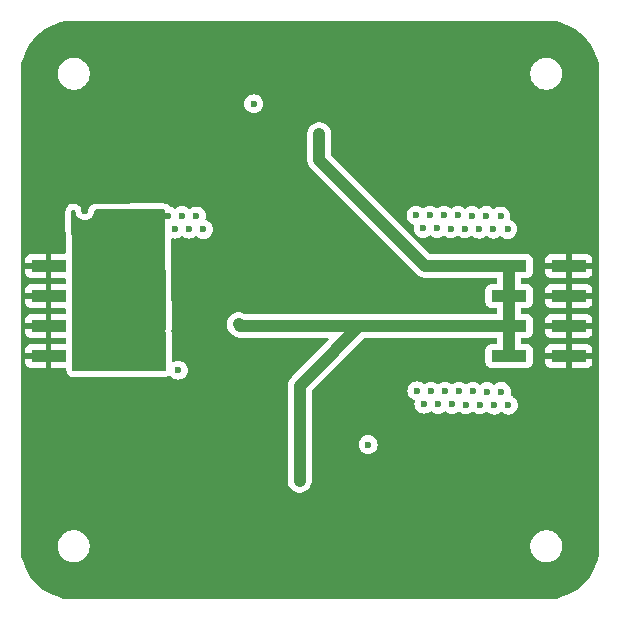
<source format=gbl>
G04 #@! TF.GenerationSoftware,KiCad,Pcbnew,8.0.1*
G04 #@! TF.CreationDate,2025-02-17T13:43:14+05:00*
G04 #@! TF.ProjectId,pwm_servo,70776d5f-7365-4727-966f-2e6b69636164,rev?*
G04 #@! TF.SameCoordinates,Original*
G04 #@! TF.FileFunction,Copper,L4,Bot*
G04 #@! TF.FilePolarity,Positive*
%FSLAX46Y46*%
G04 Gerber Fmt 4.6, Leading zero omitted, Abs format (unit mm)*
G04 Created by KiCad (PCBNEW 8.0.1) date 2025-02-17 13:43:14*
%MOMM*%
%LPD*%
G01*
G04 APERTURE LIST*
G04 #@! TA.AperFunction,SMDPad,CuDef*
%ADD10R,3.000000X1.000000*%
G04 #@! TD*
G04 #@! TA.AperFunction,ViaPad*
%ADD11C,0.600000*%
G04 #@! TD*
G04 #@! TA.AperFunction,Conductor*
%ADD12C,1.000000*%
G04 #@! TD*
G04 APERTURE END LIST*
D10*
X179430000Y-90315000D03*
X184470000Y-90315000D03*
X179430000Y-92855000D03*
X184470000Y-92855000D03*
X179430000Y-95395000D03*
X184470000Y-95395000D03*
X179430000Y-97935000D03*
X184470000Y-97935000D03*
X145475000Y-97945000D03*
X140435000Y-97945000D03*
X145475000Y-95405001D03*
X140435000Y-95405001D03*
X145475000Y-92864999D03*
X140435000Y-92864999D03*
X145475000Y-90325000D03*
X140435000Y-90325000D03*
D11*
X184155000Y-105965000D03*
X156215000Y-100885000D03*
X140975000Y-78025000D03*
X181615000Y-85645000D03*
X146055000Y-75485000D03*
X140975000Y-100885000D03*
X176535000Y-116125000D03*
X140975000Y-108505000D03*
X140975000Y-80565000D03*
X184155000Y-100885000D03*
X151135000Y-70405000D03*
X140975000Y-83105000D03*
X158755000Y-100885000D03*
X140975000Y-88185000D03*
X143515000Y-83105000D03*
X140975000Y-85645000D03*
X163835000Y-70405000D03*
X140975000Y-103425000D03*
X148595000Y-75485000D03*
X140975000Y-105965000D03*
X140975000Y-111045000D03*
X143515000Y-70405000D03*
X143515000Y-78025000D03*
X179075000Y-116125000D03*
X146055000Y-72945000D03*
X143515000Y-80565000D03*
X143515000Y-85645000D03*
X156215000Y-83105000D03*
X143515000Y-100885000D03*
X143515000Y-103425000D03*
X151135000Y-90725000D03*
X143515000Y-105965000D03*
X156215000Y-70405000D03*
X176535000Y-98345000D03*
X143515000Y-108505000D03*
X173995000Y-113585000D03*
X143515000Y-111045000D03*
X181615000Y-83105000D03*
X143515000Y-116125000D03*
X146055000Y-70405000D03*
X156215000Y-103425000D03*
X146055000Y-113585000D03*
X146055000Y-116125000D03*
X148595000Y-70405000D03*
X148595000Y-72945000D03*
X148595000Y-113585000D03*
X148595000Y-116125000D03*
X151135000Y-72945000D03*
X151135000Y-75485000D03*
X151135000Y-95805000D03*
X184155000Y-85645000D03*
X151135000Y-113585000D03*
X151135000Y-116125000D03*
X153675000Y-70405000D03*
X153675000Y-72945000D03*
X153675000Y-75485000D03*
X153675000Y-90725000D03*
X153675000Y-95805000D03*
X153675000Y-113585000D03*
X153675000Y-116125000D03*
X171455000Y-113585000D03*
X156215000Y-72945000D03*
X156215000Y-75485000D03*
X166375000Y-113585000D03*
X156215000Y-85645000D03*
X156215000Y-88185000D03*
X156215000Y-90725000D03*
X156215000Y-108505000D03*
X156215000Y-111045000D03*
X156215000Y-113585000D03*
X156215000Y-116125000D03*
X158755000Y-98345000D03*
X158755000Y-103425000D03*
X158755000Y-108505000D03*
X158755000Y-111045000D03*
X158755000Y-113585000D03*
X161295000Y-70405000D03*
X161295000Y-80565000D03*
X161295000Y-83105000D03*
X161295000Y-85645000D03*
X161295000Y-88185000D03*
X161295000Y-90725000D03*
X161295000Y-93265000D03*
X161295000Y-116125000D03*
X163835000Y-85645000D03*
X168915000Y-83105000D03*
X163835000Y-88185000D03*
X184155000Y-88185000D03*
X163835000Y-90725000D03*
X168915000Y-80565000D03*
X163835000Y-93265000D03*
X168915000Y-90725000D03*
X163835000Y-103425000D03*
X163835000Y-108505000D03*
X163835000Y-116125000D03*
X166375000Y-75485000D03*
X166375000Y-78025000D03*
X166375000Y-80565000D03*
X168915000Y-78025000D03*
X166375000Y-88185000D03*
X166375000Y-90725000D03*
X166375000Y-93265000D03*
X166375000Y-100885000D03*
X166375000Y-103425000D03*
X168915000Y-70405000D03*
X168915000Y-72945000D03*
X168915000Y-75485000D03*
X168915000Y-93265000D03*
X168915000Y-98345000D03*
X168915000Y-100885000D03*
X168915000Y-103425000D03*
X168915000Y-105965000D03*
X168915000Y-108505000D03*
X168915000Y-111045000D03*
X168915000Y-113585000D03*
X168915000Y-116125000D03*
X171455000Y-70405000D03*
X171455000Y-72945000D03*
X171455000Y-75485000D03*
X171455000Y-98345000D03*
X171455000Y-116125000D03*
X173995000Y-70405000D03*
X173995000Y-72945000D03*
X173995000Y-75485000D03*
X173995000Y-93265000D03*
X173995000Y-98345000D03*
X173995000Y-116125000D03*
X176535000Y-70405000D03*
X176535000Y-72945000D03*
X176535000Y-75485000D03*
X176535000Y-113585000D03*
X179075000Y-70405000D03*
X179075000Y-72945000D03*
X179075000Y-75485000D03*
X179075000Y-113585000D03*
X181615000Y-70405000D03*
X181615000Y-78025000D03*
X181615000Y-80565000D03*
X181615000Y-88185000D03*
X181615000Y-100885000D03*
X181615000Y-103425000D03*
X181615000Y-105965000D03*
X181615000Y-108505000D03*
X181615000Y-111045000D03*
X181615000Y-116125000D03*
X184155000Y-78025000D03*
X184155000Y-80565000D03*
X184155000Y-83105000D03*
X184155000Y-103425000D03*
X184155000Y-108505000D03*
X184155000Y-111045000D03*
X175625000Y-95395000D03*
X161700000Y-108525000D03*
X163350000Y-79150000D03*
X156525000Y-95250000D03*
X181925000Y-96450000D03*
X148025000Y-93075000D03*
X173413470Y-102050000D03*
X147775000Y-88450000D03*
X152357683Y-87200000D03*
X179299989Y-87225000D03*
X149150000Y-92730765D03*
X148050000Y-90942306D03*
X175723071Y-87175000D03*
X175126918Y-86050000D03*
X150569224Y-86075000D03*
X151425000Y-99150000D03*
X151165377Y-87200000D03*
X149200000Y-89153847D03*
X173934612Y-86050000D03*
X146992306Y-86025000D03*
X174605776Y-102050000D03*
X174530765Y-87175000D03*
X176394235Y-100950000D03*
X179375000Y-102100000D03*
X147850000Y-95350000D03*
X176915377Y-87200000D03*
X149376918Y-86050000D03*
X148780765Y-87175000D03*
X143125000Y-97575000D03*
X149125000Y-96307683D03*
X149175000Y-90346153D03*
X178107683Y-87200000D03*
X172146153Y-87150000D03*
X177511530Y-86075000D03*
X149175000Y-91538459D03*
X145700000Y-88225000D03*
X157800000Y-76600000D03*
X172742306Y-86025000D03*
X176990388Y-102075000D03*
X144325000Y-87325000D03*
X148184612Y-86050000D03*
X143650000Y-88325000D03*
X148050000Y-92134612D03*
X178703836Y-86100000D03*
X177586541Y-100975000D03*
X171625011Y-100900000D03*
X149973071Y-87175000D03*
X173338459Y-87150000D03*
X175201929Y-100950000D03*
X171550000Y-86025000D03*
X175798082Y-102075000D03*
X148050000Y-96550000D03*
X143125000Y-91750000D03*
X153549989Y-87225000D03*
X176319224Y-86075000D03*
X174009623Y-100925000D03*
X145800000Y-86025000D03*
X151761530Y-86075000D03*
X172817316Y-100925000D03*
X152953836Y-86100000D03*
X178182694Y-102100000D03*
X148075000Y-89750000D03*
X143100000Y-90275000D03*
X167500000Y-105450000D03*
X143100000Y-96300000D03*
X178778847Y-100975000D03*
X172221164Y-102025000D03*
X149000000Y-95350000D03*
X146396153Y-87150000D03*
X147588459Y-87150000D03*
D12*
X172315000Y-90315000D02*
X164100000Y-82100000D01*
X156525000Y-95250000D02*
X156670000Y-95395000D01*
X163350000Y-81350000D02*
X163350000Y-79150000D01*
X166755000Y-95395000D02*
X162625000Y-99525000D01*
X179430000Y-90315000D02*
X172315000Y-90315000D01*
X156670000Y-95395000D02*
X166755000Y-95395000D01*
X179430000Y-95395000D02*
X166755000Y-95395000D01*
X179430000Y-97935000D02*
X179430000Y-90315000D01*
X162625000Y-99525000D02*
X161700000Y-100450000D01*
X164100000Y-82100000D02*
X163350000Y-81350000D01*
X161700000Y-100450000D02*
X161700000Y-108525000D01*
G04 #@! TA.AperFunction,Conductor*
G36*
X182577702Y-69550617D02*
G01*
X182961771Y-69567386D01*
X182972506Y-69568326D01*
X183350971Y-69618152D01*
X183361597Y-69620025D01*
X183734284Y-69702648D01*
X183744710Y-69705442D01*
X184108765Y-69820227D01*
X184118911Y-69823920D01*
X184471578Y-69970000D01*
X184481369Y-69974566D01*
X184819942Y-70150816D01*
X184829310Y-70156224D01*
X185151244Y-70361318D01*
X185160105Y-70367523D01*
X185462930Y-70599889D01*
X185471217Y-70606843D01*
X185752635Y-70864715D01*
X185760284Y-70872364D01*
X186018156Y-71153782D01*
X186025110Y-71162069D01*
X186257476Y-71464894D01*
X186263681Y-71473755D01*
X186468775Y-71795689D01*
X186474183Y-71805057D01*
X186650430Y-72143623D01*
X186655002Y-72153427D01*
X186801075Y-72506078D01*
X186804775Y-72516244D01*
X186919554Y-72880278D01*
X186922354Y-72890727D01*
X187004971Y-73263389D01*
X187006849Y-73274042D01*
X187056671Y-73652473D01*
X187057614Y-73663249D01*
X187074382Y-74047297D01*
X187074500Y-74052706D01*
X187074500Y-114047293D01*
X187074382Y-114052702D01*
X187057614Y-114436750D01*
X187056671Y-114447526D01*
X187006849Y-114825957D01*
X187004971Y-114836610D01*
X186922354Y-115209272D01*
X186919554Y-115219721D01*
X186804775Y-115583755D01*
X186801075Y-115593921D01*
X186655002Y-115946572D01*
X186650430Y-115956376D01*
X186474183Y-116294942D01*
X186468775Y-116304310D01*
X186263681Y-116626244D01*
X186257476Y-116635105D01*
X186025110Y-116937930D01*
X186018156Y-116946217D01*
X185760284Y-117227635D01*
X185752635Y-117235284D01*
X185471217Y-117493156D01*
X185462930Y-117500110D01*
X185160105Y-117732476D01*
X185151244Y-117738681D01*
X184829310Y-117943775D01*
X184819942Y-117949183D01*
X184481376Y-118125430D01*
X184471572Y-118130002D01*
X184118921Y-118276075D01*
X184108755Y-118279775D01*
X183744721Y-118394554D01*
X183734272Y-118397354D01*
X183361610Y-118479971D01*
X183350957Y-118481849D01*
X182972526Y-118531671D01*
X182961750Y-118532614D01*
X182577703Y-118549382D01*
X182572294Y-118549500D01*
X142577706Y-118549500D01*
X142572297Y-118549382D01*
X142188249Y-118532614D01*
X142177473Y-118531671D01*
X141799042Y-118481849D01*
X141788389Y-118479971D01*
X141415727Y-118397354D01*
X141405278Y-118394554D01*
X141041244Y-118279775D01*
X141031078Y-118276075D01*
X140678427Y-118130002D01*
X140668623Y-118125430D01*
X140330057Y-117949183D01*
X140320689Y-117943775D01*
X139998755Y-117738681D01*
X139989894Y-117732476D01*
X139687069Y-117500110D01*
X139678782Y-117493156D01*
X139397364Y-117235284D01*
X139389715Y-117227635D01*
X139131843Y-116946217D01*
X139124889Y-116937930D01*
X138892523Y-116635105D01*
X138886318Y-116626244D01*
X138681224Y-116304310D01*
X138675816Y-116294942D01*
X138499569Y-115956376D01*
X138494997Y-115946572D01*
X138348924Y-115593921D01*
X138345224Y-115583755D01*
X138230442Y-115219710D01*
X138227648Y-115209284D01*
X138145025Y-114836597D01*
X138143152Y-114825971D01*
X138093326Y-114447506D01*
X138092386Y-114436771D01*
X138080140Y-114156287D01*
X141224500Y-114156287D01*
X141257754Y-114366243D01*
X141280663Y-114436750D01*
X141323444Y-114568414D01*
X141419951Y-114757820D01*
X141544890Y-114929786D01*
X141695213Y-115080109D01*
X141867179Y-115205048D01*
X141867181Y-115205049D01*
X141867184Y-115205051D01*
X142056588Y-115301557D01*
X142258757Y-115367246D01*
X142468713Y-115400500D01*
X142468714Y-115400500D01*
X142681286Y-115400500D01*
X142681287Y-115400500D01*
X142891243Y-115367246D01*
X143093412Y-115301557D01*
X143282816Y-115205051D01*
X143317637Y-115179752D01*
X143454786Y-115080109D01*
X143454788Y-115080106D01*
X143454792Y-115080104D01*
X143605104Y-114929792D01*
X143605106Y-114929788D01*
X143605109Y-114929786D01*
X143730048Y-114757820D01*
X143730047Y-114757820D01*
X143730051Y-114757816D01*
X143826557Y-114568412D01*
X143892246Y-114366243D01*
X143925500Y-114156287D01*
X181224500Y-114156287D01*
X181257754Y-114366243D01*
X181280663Y-114436750D01*
X181323444Y-114568414D01*
X181419951Y-114757820D01*
X181544890Y-114929786D01*
X181695213Y-115080109D01*
X181867179Y-115205048D01*
X181867181Y-115205049D01*
X181867184Y-115205051D01*
X182056588Y-115301557D01*
X182258757Y-115367246D01*
X182468713Y-115400500D01*
X182468714Y-115400500D01*
X182681286Y-115400500D01*
X182681287Y-115400500D01*
X182891243Y-115367246D01*
X183093412Y-115301557D01*
X183282816Y-115205051D01*
X183317637Y-115179752D01*
X183454786Y-115080109D01*
X183454788Y-115080106D01*
X183454792Y-115080104D01*
X183605104Y-114929792D01*
X183605106Y-114929788D01*
X183605109Y-114929786D01*
X183730048Y-114757820D01*
X183730047Y-114757820D01*
X183730051Y-114757816D01*
X183826557Y-114568412D01*
X183892246Y-114366243D01*
X183925500Y-114156287D01*
X183925500Y-113943713D01*
X183892246Y-113733757D01*
X183826557Y-113531588D01*
X183730051Y-113342184D01*
X183730049Y-113342181D01*
X183730048Y-113342179D01*
X183605109Y-113170213D01*
X183454786Y-113019890D01*
X183282820Y-112894951D01*
X183093414Y-112798444D01*
X183093413Y-112798443D01*
X183093412Y-112798443D01*
X182891243Y-112732754D01*
X182891241Y-112732753D01*
X182891240Y-112732753D01*
X182729957Y-112707208D01*
X182681287Y-112699500D01*
X182468713Y-112699500D01*
X182420042Y-112707208D01*
X182258760Y-112732753D01*
X182056585Y-112798444D01*
X181867179Y-112894951D01*
X181695213Y-113019890D01*
X181544890Y-113170213D01*
X181419951Y-113342179D01*
X181323444Y-113531585D01*
X181257753Y-113733760D01*
X181224500Y-113943713D01*
X181224500Y-114156287D01*
X143925500Y-114156287D01*
X143925500Y-113943713D01*
X143892246Y-113733757D01*
X143826557Y-113531588D01*
X143730051Y-113342184D01*
X143730049Y-113342181D01*
X143730048Y-113342179D01*
X143605109Y-113170213D01*
X143454786Y-113019890D01*
X143282820Y-112894951D01*
X143093414Y-112798444D01*
X143093413Y-112798443D01*
X143093412Y-112798443D01*
X142891243Y-112732754D01*
X142891241Y-112732753D01*
X142891240Y-112732753D01*
X142729957Y-112707208D01*
X142681287Y-112699500D01*
X142468713Y-112699500D01*
X142420042Y-112707208D01*
X142258760Y-112732753D01*
X142056585Y-112798444D01*
X141867179Y-112894951D01*
X141695213Y-113019890D01*
X141544890Y-113170213D01*
X141419951Y-113342179D01*
X141323444Y-113531585D01*
X141257753Y-113733760D01*
X141224500Y-113943713D01*
X141224500Y-114156287D01*
X138080140Y-114156287D01*
X138075618Y-114052702D01*
X138075500Y-114047293D01*
X138075500Y-98195000D01*
X138435000Y-98195000D01*
X138435000Y-98492844D01*
X138441401Y-98552372D01*
X138441403Y-98552379D01*
X138491645Y-98687086D01*
X138491649Y-98687093D01*
X138577809Y-98802187D01*
X138577812Y-98802190D01*
X138692906Y-98888350D01*
X138692913Y-98888354D01*
X138827620Y-98938596D01*
X138827627Y-98938598D01*
X138887155Y-98944999D01*
X138887172Y-98945000D01*
X140185000Y-98945000D01*
X140685000Y-98945000D01*
X141819499Y-98945000D01*
X141886538Y-98964685D01*
X141932293Y-99017489D01*
X141943497Y-99068320D01*
X141943829Y-99129051D01*
X141943830Y-99129062D01*
X141955843Y-99235880D01*
X141967209Y-99287059D01*
X141967213Y-99287074D01*
X142001534Y-99388917D01*
X142001536Y-99388922D01*
X142079703Y-99509712D01*
X142079704Y-99509713D01*
X142125619Y-99562366D01*
X142125621Y-99562368D01*
X142125623Y-99562369D01*
X142125625Y-99562372D01*
X142234658Y-99656249D01*
X142234662Y-99656251D01*
X142234660Y-99656251D01*
X142338808Y-99703416D01*
X142365724Y-99715606D01*
X142422076Y-99731959D01*
X142428508Y-99734472D01*
X142432823Y-99735078D01*
X142432825Y-99735079D01*
X142432826Y-99735080D01*
X142575306Y-99755106D01*
X150252307Y-99730889D01*
X150252312Y-99730889D01*
X150360279Y-99718874D01*
X150360278Y-99718874D01*
X150360288Y-99718873D01*
X150412025Y-99707385D01*
X150514958Y-99672565D01*
X150617353Y-99605963D01*
X150684281Y-99585913D01*
X150751427Y-99605229D01*
X150789954Y-99643939D01*
X150795184Y-99652262D01*
X150922738Y-99779816D01*
X151075478Y-99875789D01*
X151245745Y-99935368D01*
X151245750Y-99935369D01*
X151424996Y-99955565D01*
X151425000Y-99955565D01*
X151425004Y-99955565D01*
X151604249Y-99935369D01*
X151604252Y-99935368D01*
X151604255Y-99935368D01*
X151774522Y-99875789D01*
X151927262Y-99779816D01*
X152054816Y-99652262D01*
X152150789Y-99499522D01*
X152210368Y-99329255D01*
X152215121Y-99287074D01*
X152230565Y-99150003D01*
X152230565Y-99149996D01*
X152210369Y-98970750D01*
X152210368Y-98970745D01*
X152198035Y-98935499D01*
X152150789Y-98800478D01*
X152145581Y-98792190D01*
X152073413Y-98677335D01*
X152054816Y-98647738D01*
X151927262Y-98520184D01*
X151867882Y-98482873D01*
X151774523Y-98424211D01*
X151604254Y-98364631D01*
X151604249Y-98364630D01*
X151425004Y-98344435D01*
X151424996Y-98344435D01*
X151245750Y-98364630D01*
X151245745Y-98364631D01*
X151075473Y-98424212D01*
X151065547Y-98430449D01*
X150998310Y-98449444D01*
X150931476Y-98429073D01*
X150886265Y-98375802D01*
X150875584Y-98326133D01*
X150862984Y-96024347D01*
X150855620Y-95941099D01*
X150850042Y-95908799D01*
X150849021Y-95901628D01*
X150839697Y-95818879D01*
X150839697Y-95791115D01*
X150851686Y-95684694D01*
X150852593Y-95678198D01*
X150853695Y-95671596D01*
X150853829Y-95669918D01*
X150854884Y-95660897D01*
X150855000Y-95660150D01*
X150854999Y-95660138D01*
X150855187Y-95656055D01*
X150855837Y-95647840D01*
X150856687Y-95640293D01*
X150856640Y-95634825D01*
X150860582Y-95585624D01*
X150859284Y-95348544D01*
X155524500Y-95348544D01*
X155562947Y-95541828D01*
X155562949Y-95541836D01*
X155638367Y-95723910D01*
X155638372Y-95723920D01*
X155747859Y-95887779D01*
X155747860Y-95887780D01*
X155747861Y-95887781D01*
X155889749Y-96029669D01*
X155889776Y-96029698D01*
X156032214Y-96172136D01*
X156032218Y-96172139D01*
X156196079Y-96281628D01*
X156196092Y-96281635D01*
X156324833Y-96334961D01*
X156357160Y-96348351D01*
X156378164Y-96357051D01*
X156474812Y-96376275D01*
X156523135Y-96385887D01*
X156571458Y-96395500D01*
X156571459Y-96395500D01*
X156571460Y-96395500D01*
X156768540Y-96395500D01*
X164040218Y-96395500D01*
X164107257Y-96415185D01*
X164153012Y-96467989D01*
X164162956Y-96537147D01*
X164133931Y-96600703D01*
X164127900Y-96607179D01*
X161987222Y-98747857D01*
X161987219Y-98747860D01*
X161062220Y-99672859D01*
X161062218Y-99672861D01*
X161019476Y-99715603D01*
X160922859Y-99812219D01*
X160813371Y-99976080D01*
X160813366Y-99976089D01*
X160764347Y-100094434D01*
X160737949Y-100158162D01*
X160737948Y-100158164D01*
X160735708Y-100169431D01*
X160735707Y-100169435D01*
X160699500Y-100351456D01*
X160699500Y-100351459D01*
X160699500Y-108623541D01*
X160699500Y-108623543D01*
X160699499Y-108623543D01*
X160737947Y-108816829D01*
X160737950Y-108816839D01*
X160813364Y-108998907D01*
X160813371Y-108998920D01*
X160922860Y-109162781D01*
X160922863Y-109162785D01*
X161062214Y-109302136D01*
X161062218Y-109302139D01*
X161226079Y-109411628D01*
X161226092Y-109411635D01*
X161408160Y-109487049D01*
X161408165Y-109487051D01*
X161408169Y-109487051D01*
X161408170Y-109487052D01*
X161601456Y-109525500D01*
X161601459Y-109525500D01*
X161798543Y-109525500D01*
X161928582Y-109499632D01*
X161991835Y-109487051D01*
X162173914Y-109411632D01*
X162337782Y-109302139D01*
X162477139Y-109162782D01*
X162586632Y-108998914D01*
X162662051Y-108816835D01*
X162700500Y-108623541D01*
X162700500Y-105450003D01*
X166694435Y-105450003D01*
X166714630Y-105629249D01*
X166714631Y-105629254D01*
X166774211Y-105799523D01*
X166870184Y-105952262D01*
X166997738Y-106079816D01*
X167150478Y-106175789D01*
X167320745Y-106235368D01*
X167320750Y-106235369D01*
X167499996Y-106255565D01*
X167500000Y-106255565D01*
X167500004Y-106255565D01*
X167679249Y-106235369D01*
X167679252Y-106235368D01*
X167679255Y-106235368D01*
X167849522Y-106175789D01*
X168002262Y-106079816D01*
X168129816Y-105952262D01*
X168225789Y-105799522D01*
X168285368Y-105629255D01*
X168305565Y-105450000D01*
X168285368Y-105270745D01*
X168225789Y-105100478D01*
X168129816Y-104947738D01*
X168002262Y-104820184D01*
X167849523Y-104724211D01*
X167679254Y-104664631D01*
X167679249Y-104664630D01*
X167500004Y-104644435D01*
X167499996Y-104644435D01*
X167320750Y-104664630D01*
X167320745Y-104664631D01*
X167150476Y-104724211D01*
X166997737Y-104820184D01*
X166870184Y-104947737D01*
X166774211Y-105100476D01*
X166714631Y-105270745D01*
X166714630Y-105270750D01*
X166694435Y-105449996D01*
X166694435Y-105450003D01*
X162700500Y-105450003D01*
X162700500Y-100915782D01*
X162705133Y-100900003D01*
X170819446Y-100900003D01*
X170839641Y-101079249D01*
X170839642Y-101079254D01*
X170899222Y-101249523D01*
X170931238Y-101300475D01*
X170995195Y-101402262D01*
X171122749Y-101529816D01*
X171275489Y-101625789D01*
X171369837Y-101658802D01*
X171426612Y-101699523D01*
X171452360Y-101764476D01*
X171445925Y-101816796D01*
X171435794Y-101845748D01*
X171415599Y-102024996D01*
X171415599Y-102025003D01*
X171435794Y-102204249D01*
X171435795Y-102204254D01*
X171495375Y-102374523D01*
X171542501Y-102449523D01*
X171591348Y-102527262D01*
X171718902Y-102654816D01*
X171798480Y-102704818D01*
X171828380Y-102723606D01*
X171871642Y-102750789D01*
X171943088Y-102775789D01*
X172041909Y-102810368D01*
X172041914Y-102810369D01*
X172221160Y-102830565D01*
X172221164Y-102830565D01*
X172221168Y-102830565D01*
X172400413Y-102810369D01*
X172400416Y-102810368D01*
X172400419Y-102810368D01*
X172570686Y-102750789D01*
X172723426Y-102654816D01*
X172723431Y-102654810D01*
X172727347Y-102651688D01*
X172792033Y-102625278D01*
X172860729Y-102638032D01*
X172892344Y-102660952D01*
X172911208Y-102679816D01*
X173063948Y-102775789D01*
X173135394Y-102800789D01*
X173234215Y-102835368D01*
X173234220Y-102835369D01*
X173413466Y-102855565D01*
X173413470Y-102855565D01*
X173413474Y-102855565D01*
X173592719Y-102835369D01*
X173592722Y-102835368D01*
X173592725Y-102835368D01*
X173762992Y-102775789D01*
X173915732Y-102679816D01*
X173921942Y-102673606D01*
X173983265Y-102640121D01*
X174052957Y-102645105D01*
X174097304Y-102673606D01*
X174103514Y-102679816D01*
X174256254Y-102775789D01*
X174327700Y-102800789D01*
X174426521Y-102835368D01*
X174426526Y-102835369D01*
X174605772Y-102855565D01*
X174605776Y-102855565D01*
X174605780Y-102855565D01*
X174785025Y-102835369D01*
X174785028Y-102835368D01*
X174785031Y-102835368D01*
X174955298Y-102775789D01*
X175108038Y-102679816D01*
X175108043Y-102679810D01*
X175111959Y-102676688D01*
X175176645Y-102650278D01*
X175245341Y-102663032D01*
X175276956Y-102685952D01*
X175295820Y-102704816D01*
X175448560Y-102800789D01*
X175520006Y-102825789D01*
X175618827Y-102860368D01*
X175618832Y-102860369D01*
X175798078Y-102880565D01*
X175798082Y-102880565D01*
X175798086Y-102880565D01*
X175977331Y-102860369D01*
X175977334Y-102860368D01*
X175977337Y-102860368D01*
X176147604Y-102800789D01*
X176300344Y-102704816D01*
X176306554Y-102698606D01*
X176367877Y-102665121D01*
X176437569Y-102670105D01*
X176481916Y-102698606D01*
X176488126Y-102704816D01*
X176640866Y-102800789D01*
X176712312Y-102825789D01*
X176811133Y-102860368D01*
X176811138Y-102860369D01*
X176990384Y-102880565D01*
X176990388Y-102880565D01*
X176990392Y-102880565D01*
X177169637Y-102860369D01*
X177169640Y-102860368D01*
X177169643Y-102860368D01*
X177339910Y-102800789D01*
X177492650Y-102704816D01*
X177492655Y-102704810D01*
X177496571Y-102701688D01*
X177561257Y-102675278D01*
X177629953Y-102688032D01*
X177661568Y-102710952D01*
X177680432Y-102729816D01*
X177753596Y-102775788D01*
X177808629Y-102810368D01*
X177833172Y-102825789D01*
X177918267Y-102855565D01*
X178003439Y-102885368D01*
X178003444Y-102885369D01*
X178182690Y-102905565D01*
X178182694Y-102905565D01*
X178182698Y-102905565D01*
X178361943Y-102885369D01*
X178361946Y-102885368D01*
X178361949Y-102885368D01*
X178532216Y-102825789D01*
X178684956Y-102729816D01*
X178691166Y-102723606D01*
X178752489Y-102690121D01*
X178822181Y-102695105D01*
X178866528Y-102723606D01*
X178872738Y-102729816D01*
X178945902Y-102775788D01*
X179000935Y-102810368D01*
X179025478Y-102825789D01*
X179110573Y-102855565D01*
X179195745Y-102885368D01*
X179195750Y-102885369D01*
X179374996Y-102905565D01*
X179375000Y-102905565D01*
X179375004Y-102905565D01*
X179554249Y-102885369D01*
X179554252Y-102885368D01*
X179554255Y-102885368D01*
X179724522Y-102825789D01*
X179877262Y-102729816D01*
X180004816Y-102602262D01*
X180100789Y-102449522D01*
X180160368Y-102279255D01*
X180160369Y-102279249D01*
X180180565Y-102100003D01*
X180180565Y-102099996D01*
X180160369Y-101920750D01*
X180160368Y-101920745D01*
X180134124Y-101845745D01*
X180100789Y-101750478D01*
X180004816Y-101597738D01*
X179877262Y-101470184D01*
X179769165Y-101402262D01*
X179724521Y-101374210D01*
X179630173Y-101341197D01*
X179573397Y-101300475D01*
X179547649Y-101235523D01*
X179554085Y-101183203D01*
X179564215Y-101154255D01*
X179564216Y-101154248D01*
X179584412Y-100975003D01*
X179584412Y-100974996D01*
X179564216Y-100795750D01*
X179564215Y-100795745D01*
X179504635Y-100625476D01*
X179408662Y-100472737D01*
X179281109Y-100345184D01*
X179128370Y-100249211D01*
X178958101Y-100189631D01*
X178958096Y-100189630D01*
X178778851Y-100169435D01*
X178778843Y-100169435D01*
X178599597Y-100189630D01*
X178599592Y-100189631D01*
X178429323Y-100249211D01*
X178276584Y-100345184D01*
X178270375Y-100351394D01*
X178209052Y-100384879D01*
X178139360Y-100379895D01*
X178095013Y-100351394D01*
X178088803Y-100345184D01*
X177936064Y-100249211D01*
X177765795Y-100189631D01*
X177765790Y-100189630D01*
X177586545Y-100169435D01*
X177586537Y-100169435D01*
X177407291Y-100189630D01*
X177407286Y-100189631D01*
X177237017Y-100249211D01*
X177084273Y-100345187D01*
X177080345Y-100348320D01*
X177015656Y-100374723D01*
X176946962Y-100361961D01*
X176915360Y-100339047D01*
X176896497Y-100320184D01*
X176743758Y-100224211D01*
X176573489Y-100164631D01*
X176573484Y-100164630D01*
X176394239Y-100144435D01*
X176394231Y-100144435D01*
X176214985Y-100164630D01*
X176214980Y-100164631D01*
X176044711Y-100224211D01*
X175891972Y-100320184D01*
X175885763Y-100326394D01*
X175824440Y-100359879D01*
X175754748Y-100354895D01*
X175710401Y-100326394D01*
X175704191Y-100320184D01*
X175551452Y-100224211D01*
X175381183Y-100164631D01*
X175381178Y-100164630D01*
X175201933Y-100144435D01*
X175201925Y-100144435D01*
X175022679Y-100164630D01*
X175022674Y-100164631D01*
X174852405Y-100224211D01*
X174699661Y-100320187D01*
X174695733Y-100323320D01*
X174631044Y-100349723D01*
X174562350Y-100336961D01*
X174530748Y-100314047D01*
X174511885Y-100295184D01*
X174359146Y-100199211D01*
X174188877Y-100139631D01*
X174188872Y-100139630D01*
X174009627Y-100119435D01*
X174009619Y-100119435D01*
X173830373Y-100139630D01*
X173830368Y-100139631D01*
X173660099Y-100199211D01*
X173507357Y-100295186D01*
X173507353Y-100295189D01*
X173501141Y-100301401D01*
X173439815Y-100334881D01*
X173370124Y-100329890D01*
X173325787Y-100301393D01*
X173319578Y-100295184D01*
X173166839Y-100199211D01*
X172996570Y-100139631D01*
X172996565Y-100139630D01*
X172817320Y-100119435D01*
X172817312Y-100119435D01*
X172638066Y-100139630D01*
X172638061Y-100139631D01*
X172467792Y-100199211D01*
X172315046Y-100295189D01*
X172311114Y-100298324D01*
X172246423Y-100324722D01*
X172177730Y-100311956D01*
X172146135Y-100289046D01*
X172127273Y-100270184D01*
X171974534Y-100174211D01*
X171804265Y-100114631D01*
X171804260Y-100114630D01*
X171625015Y-100094435D01*
X171625007Y-100094435D01*
X171445761Y-100114630D01*
X171445756Y-100114631D01*
X171275487Y-100174211D01*
X171122748Y-100270184D01*
X170995195Y-100397737D01*
X170899222Y-100550476D01*
X170839642Y-100720745D01*
X170839641Y-100720750D01*
X170819446Y-100899996D01*
X170819446Y-100900003D01*
X162705133Y-100900003D01*
X162720185Y-100848743D01*
X162736819Y-100828101D01*
X163014444Y-100550476D01*
X163402140Y-100162781D01*
X163402141Y-100162779D01*
X163409201Y-100155719D01*
X163409206Y-100155712D01*
X167133101Y-96431819D01*
X167194424Y-96398334D01*
X167220782Y-96395500D01*
X177882127Y-96395500D01*
X178305500Y-96395500D01*
X178372539Y-96415185D01*
X178418294Y-96467989D01*
X178429500Y-96519500D01*
X178429500Y-96810500D01*
X178409815Y-96877539D01*
X178357011Y-96923294D01*
X178305500Y-96934500D01*
X177882129Y-96934500D01*
X177882123Y-96934501D01*
X177822516Y-96940908D01*
X177687671Y-96991202D01*
X177687664Y-96991206D01*
X177572455Y-97077452D01*
X177572452Y-97077455D01*
X177486206Y-97192664D01*
X177486202Y-97192671D01*
X177435908Y-97327517D01*
X177429501Y-97387116D01*
X177429501Y-97387123D01*
X177429500Y-97387135D01*
X177429500Y-98482870D01*
X177429501Y-98482876D01*
X177435908Y-98542483D01*
X177486202Y-98677328D01*
X177486206Y-98677335D01*
X177572452Y-98792544D01*
X177572455Y-98792547D01*
X177687664Y-98878793D01*
X177687671Y-98878797D01*
X177822517Y-98929091D01*
X177822516Y-98929091D01*
X177829444Y-98929835D01*
X177882127Y-98935500D01*
X179321456Y-98935499D01*
X179321470Y-98935500D01*
X179331459Y-98935500D01*
X179542975Y-98935500D01*
X179542983Y-98935499D01*
X180977871Y-98935499D01*
X180977872Y-98935499D01*
X181037483Y-98929091D01*
X181172331Y-98878796D01*
X181287546Y-98792546D01*
X181373796Y-98677331D01*
X181424091Y-98542483D01*
X181430500Y-98482873D01*
X181430500Y-98185000D01*
X182470000Y-98185000D01*
X182470000Y-98482844D01*
X182476401Y-98542372D01*
X182476403Y-98542379D01*
X182526645Y-98677086D01*
X182526649Y-98677093D01*
X182612809Y-98792187D01*
X182612812Y-98792190D01*
X182727906Y-98878350D01*
X182727913Y-98878354D01*
X182862620Y-98928596D01*
X182862627Y-98928598D01*
X182922155Y-98934999D01*
X182922172Y-98935000D01*
X184220000Y-98935000D01*
X184220000Y-98185000D01*
X184720000Y-98185000D01*
X184720000Y-98935000D01*
X186017828Y-98935000D01*
X186017844Y-98934999D01*
X186077372Y-98928598D01*
X186077379Y-98928596D01*
X186212086Y-98878354D01*
X186212093Y-98878350D01*
X186327187Y-98792190D01*
X186327190Y-98792187D01*
X186413350Y-98677093D01*
X186413354Y-98677086D01*
X186463596Y-98542379D01*
X186463598Y-98542372D01*
X186469999Y-98482844D01*
X186470000Y-98482827D01*
X186470000Y-98185000D01*
X184720000Y-98185000D01*
X184220000Y-98185000D01*
X182470000Y-98185000D01*
X181430500Y-98185000D01*
X181430499Y-97685000D01*
X182470000Y-97685000D01*
X184220000Y-97685000D01*
X184220000Y-96935000D01*
X184720000Y-96935000D01*
X184720000Y-97685000D01*
X186470000Y-97685000D01*
X186470000Y-97387172D01*
X186469999Y-97387155D01*
X186463598Y-97327627D01*
X186463596Y-97327620D01*
X186413354Y-97192913D01*
X186413350Y-97192906D01*
X186327190Y-97077812D01*
X186327187Y-97077809D01*
X186212093Y-96991649D01*
X186212086Y-96991645D01*
X186077379Y-96941403D01*
X186077372Y-96941401D01*
X186017844Y-96935000D01*
X184720000Y-96935000D01*
X184220000Y-96935000D01*
X182922155Y-96935000D01*
X182862627Y-96941401D01*
X182862620Y-96941403D01*
X182727913Y-96991645D01*
X182727906Y-96991649D01*
X182612812Y-97077809D01*
X182612809Y-97077812D01*
X182526649Y-97192906D01*
X182526645Y-97192913D01*
X182476403Y-97327620D01*
X182476401Y-97327627D01*
X182470000Y-97387155D01*
X182470000Y-97685000D01*
X181430499Y-97685000D01*
X181430499Y-97387128D01*
X181424091Y-97327517D01*
X181373884Y-97192906D01*
X181373797Y-97192671D01*
X181373793Y-97192664D01*
X181287547Y-97077455D01*
X181287544Y-97077452D01*
X181172335Y-96991206D01*
X181172328Y-96991202D01*
X181037482Y-96940908D01*
X181037483Y-96940908D01*
X180977883Y-96934501D01*
X180977881Y-96934500D01*
X180977873Y-96934500D01*
X180977865Y-96934500D01*
X180554500Y-96934500D01*
X180487461Y-96914815D01*
X180441706Y-96862011D01*
X180430500Y-96810500D01*
X180430500Y-96519499D01*
X180450185Y-96452460D01*
X180502989Y-96406705D01*
X180554500Y-96395499D01*
X180977871Y-96395499D01*
X180977872Y-96395499D01*
X181037483Y-96389091D01*
X181172331Y-96338796D01*
X181287546Y-96252546D01*
X181373796Y-96137331D01*
X181424091Y-96002483D01*
X181430500Y-95942873D01*
X181430500Y-95645000D01*
X182470000Y-95645000D01*
X182470000Y-95942844D01*
X182476401Y-96002372D01*
X182476403Y-96002379D01*
X182526645Y-96137086D01*
X182526649Y-96137093D01*
X182612809Y-96252187D01*
X182612812Y-96252190D01*
X182727906Y-96338350D01*
X182727913Y-96338354D01*
X182862620Y-96388596D01*
X182862627Y-96388598D01*
X182922155Y-96394999D01*
X182922172Y-96395000D01*
X184220000Y-96395000D01*
X184220000Y-95645000D01*
X184720000Y-95645000D01*
X184720000Y-96395000D01*
X186017828Y-96395000D01*
X186017844Y-96394999D01*
X186077372Y-96388598D01*
X186077379Y-96388596D01*
X186212086Y-96338354D01*
X186212093Y-96338350D01*
X186327187Y-96252190D01*
X186327190Y-96252187D01*
X186413350Y-96137093D01*
X186413354Y-96137086D01*
X186463596Y-96002379D01*
X186463598Y-96002372D01*
X186469999Y-95942844D01*
X186470000Y-95942827D01*
X186470000Y-95645000D01*
X184720000Y-95645000D01*
X184220000Y-95645000D01*
X182470000Y-95645000D01*
X181430500Y-95645000D01*
X181430499Y-95145000D01*
X182470000Y-95145000D01*
X184220000Y-95145000D01*
X184220000Y-94395000D01*
X184720000Y-94395000D01*
X184720000Y-95145000D01*
X186470000Y-95145000D01*
X186470000Y-94847172D01*
X186469999Y-94847155D01*
X186463598Y-94787627D01*
X186463596Y-94787620D01*
X186413354Y-94652913D01*
X186413350Y-94652906D01*
X186327190Y-94537812D01*
X186327187Y-94537809D01*
X186212093Y-94451649D01*
X186212086Y-94451645D01*
X186077379Y-94401403D01*
X186077372Y-94401401D01*
X186017844Y-94395000D01*
X184720000Y-94395000D01*
X184220000Y-94395000D01*
X182922155Y-94395000D01*
X182862627Y-94401401D01*
X182862620Y-94401403D01*
X182727913Y-94451645D01*
X182727906Y-94451649D01*
X182612812Y-94537809D01*
X182612809Y-94537812D01*
X182526649Y-94652906D01*
X182526645Y-94652913D01*
X182476403Y-94787620D01*
X182476401Y-94787627D01*
X182470000Y-94847155D01*
X182470000Y-95145000D01*
X181430499Y-95145000D01*
X181430499Y-94847128D01*
X181424091Y-94787517D01*
X181373884Y-94652906D01*
X181373797Y-94652671D01*
X181373793Y-94652664D01*
X181287547Y-94537455D01*
X181287544Y-94537452D01*
X181172335Y-94451206D01*
X181172328Y-94451202D01*
X181037482Y-94400908D01*
X181037483Y-94400908D01*
X180977883Y-94394501D01*
X180977881Y-94394500D01*
X180977873Y-94394500D01*
X180977865Y-94394500D01*
X180554500Y-94394500D01*
X180487461Y-94374815D01*
X180441706Y-94322011D01*
X180430500Y-94270500D01*
X180430500Y-93979499D01*
X180450185Y-93912460D01*
X180502989Y-93866705D01*
X180554500Y-93855499D01*
X180977871Y-93855499D01*
X180977872Y-93855499D01*
X181037483Y-93849091D01*
X181172331Y-93798796D01*
X181287546Y-93712546D01*
X181373796Y-93597331D01*
X181424091Y-93462483D01*
X181430500Y-93402873D01*
X181430500Y-93105000D01*
X182470000Y-93105000D01*
X182470000Y-93402844D01*
X182476401Y-93462372D01*
X182476403Y-93462379D01*
X182526645Y-93597086D01*
X182526649Y-93597093D01*
X182612809Y-93712187D01*
X182612812Y-93712190D01*
X182727906Y-93798350D01*
X182727913Y-93798354D01*
X182862620Y-93848596D01*
X182862627Y-93848598D01*
X182922155Y-93854999D01*
X182922172Y-93855000D01*
X184220000Y-93855000D01*
X184220000Y-93105000D01*
X184720000Y-93105000D01*
X184720000Y-93855000D01*
X186017828Y-93855000D01*
X186017844Y-93854999D01*
X186077372Y-93848598D01*
X186077379Y-93848596D01*
X186212086Y-93798354D01*
X186212093Y-93798350D01*
X186327187Y-93712190D01*
X186327190Y-93712187D01*
X186413350Y-93597093D01*
X186413354Y-93597086D01*
X186463596Y-93462379D01*
X186463598Y-93462372D01*
X186469999Y-93402844D01*
X186470000Y-93402827D01*
X186470000Y-93105000D01*
X184720000Y-93105000D01*
X184220000Y-93105000D01*
X182470000Y-93105000D01*
X181430500Y-93105000D01*
X181430499Y-92605000D01*
X182470000Y-92605000D01*
X184220000Y-92605000D01*
X184220000Y-91855000D01*
X184720000Y-91855000D01*
X184720000Y-92605000D01*
X186470000Y-92605000D01*
X186470000Y-92307172D01*
X186469999Y-92307155D01*
X186463598Y-92247627D01*
X186463596Y-92247620D01*
X186413354Y-92112913D01*
X186413350Y-92112906D01*
X186327190Y-91997812D01*
X186327187Y-91997809D01*
X186212093Y-91911649D01*
X186212086Y-91911645D01*
X186077379Y-91861403D01*
X186077372Y-91861401D01*
X186017844Y-91855000D01*
X184720000Y-91855000D01*
X184220000Y-91855000D01*
X182922155Y-91855000D01*
X182862627Y-91861401D01*
X182862620Y-91861403D01*
X182727913Y-91911645D01*
X182727906Y-91911649D01*
X182612812Y-91997809D01*
X182612809Y-91997812D01*
X182526649Y-92112906D01*
X182526645Y-92112913D01*
X182476403Y-92247620D01*
X182476401Y-92247627D01*
X182470000Y-92307155D01*
X182470000Y-92605000D01*
X181430499Y-92605000D01*
X181430499Y-92307128D01*
X181424091Y-92247517D01*
X181377616Y-92122912D01*
X181373797Y-92112671D01*
X181373793Y-92112664D01*
X181287547Y-91997455D01*
X181287544Y-91997452D01*
X181172335Y-91911206D01*
X181172328Y-91911202D01*
X181037482Y-91860908D01*
X181037483Y-91860908D01*
X180977883Y-91854501D01*
X180977881Y-91854500D01*
X180977873Y-91854500D01*
X180977865Y-91854500D01*
X180554500Y-91854500D01*
X180487461Y-91834815D01*
X180441706Y-91782011D01*
X180430500Y-91730500D01*
X180430500Y-91439499D01*
X180450185Y-91372460D01*
X180502989Y-91326705D01*
X180554500Y-91315499D01*
X180977871Y-91315499D01*
X180977872Y-91315499D01*
X181037483Y-91309091D01*
X181172331Y-91258796D01*
X181287546Y-91172546D01*
X181373796Y-91057331D01*
X181424091Y-90922483D01*
X181430500Y-90862873D01*
X181430500Y-90565000D01*
X182470000Y-90565000D01*
X182470000Y-90862844D01*
X182476401Y-90922372D01*
X182476403Y-90922379D01*
X182526645Y-91057086D01*
X182526649Y-91057093D01*
X182612809Y-91172187D01*
X182612812Y-91172190D01*
X182727906Y-91258350D01*
X182727913Y-91258354D01*
X182862620Y-91308596D01*
X182862627Y-91308598D01*
X182922155Y-91314999D01*
X182922172Y-91315000D01*
X184220000Y-91315000D01*
X184220000Y-90565000D01*
X184720000Y-90565000D01*
X184720000Y-91315000D01*
X186017828Y-91315000D01*
X186017844Y-91314999D01*
X186077372Y-91308598D01*
X186077379Y-91308596D01*
X186212086Y-91258354D01*
X186212093Y-91258350D01*
X186327187Y-91172190D01*
X186327190Y-91172187D01*
X186413350Y-91057093D01*
X186413354Y-91057086D01*
X186463596Y-90922379D01*
X186463598Y-90922372D01*
X186469999Y-90862844D01*
X186470000Y-90862827D01*
X186470000Y-90565000D01*
X184720000Y-90565000D01*
X184220000Y-90565000D01*
X182470000Y-90565000D01*
X181430500Y-90565000D01*
X181430499Y-90065000D01*
X182470000Y-90065000D01*
X184220000Y-90065000D01*
X184220000Y-89315000D01*
X184720000Y-89315000D01*
X184720000Y-90065000D01*
X186470000Y-90065000D01*
X186470000Y-89767172D01*
X186469999Y-89767155D01*
X186463598Y-89707627D01*
X186463596Y-89707620D01*
X186413354Y-89572913D01*
X186413350Y-89572906D01*
X186327190Y-89457812D01*
X186327187Y-89457809D01*
X186212093Y-89371649D01*
X186212086Y-89371645D01*
X186077379Y-89321403D01*
X186077372Y-89321401D01*
X186017844Y-89315000D01*
X184720000Y-89315000D01*
X184220000Y-89315000D01*
X182922155Y-89315000D01*
X182862627Y-89321401D01*
X182862620Y-89321403D01*
X182727913Y-89371645D01*
X182727906Y-89371649D01*
X182612812Y-89457809D01*
X182612809Y-89457812D01*
X182526649Y-89572906D01*
X182526645Y-89572913D01*
X182476403Y-89707620D01*
X182476401Y-89707627D01*
X182470000Y-89767155D01*
X182470000Y-90065000D01*
X181430499Y-90065000D01*
X181430499Y-89767128D01*
X181424091Y-89707517D01*
X181373884Y-89572906D01*
X181373797Y-89572671D01*
X181373793Y-89572664D01*
X181287547Y-89457455D01*
X181287544Y-89457452D01*
X181172335Y-89371206D01*
X181172328Y-89371202D01*
X181037482Y-89320908D01*
X181037483Y-89320908D01*
X180977883Y-89314501D01*
X180977881Y-89314500D01*
X180977873Y-89314500D01*
X180977865Y-89314500D01*
X172780783Y-89314500D01*
X172713744Y-89294815D01*
X172693102Y-89278181D01*
X169439924Y-86025003D01*
X170744435Y-86025003D01*
X170764630Y-86204249D01*
X170764631Y-86204254D01*
X170824211Y-86374523D01*
X170856227Y-86425475D01*
X170920184Y-86527262D01*
X171047738Y-86654816D01*
X171200478Y-86750789D01*
X171294826Y-86783802D01*
X171351601Y-86824523D01*
X171377349Y-86889476D01*
X171370914Y-86941796D01*
X171360783Y-86970748D01*
X171340588Y-87149996D01*
X171340588Y-87150003D01*
X171360783Y-87329249D01*
X171360784Y-87329254D01*
X171420364Y-87499523D01*
X171467490Y-87574523D01*
X171516337Y-87652262D01*
X171643891Y-87779816D01*
X171796631Y-87875789D01*
X171868077Y-87900789D01*
X171966898Y-87935368D01*
X171966903Y-87935369D01*
X172146149Y-87955565D01*
X172146153Y-87955565D01*
X172146157Y-87955565D01*
X172325402Y-87935369D01*
X172325405Y-87935368D01*
X172325408Y-87935368D01*
X172495675Y-87875789D01*
X172648415Y-87779816D01*
X172654625Y-87773606D01*
X172715948Y-87740121D01*
X172785640Y-87745105D01*
X172829987Y-87773606D01*
X172836197Y-87779816D01*
X172988937Y-87875789D01*
X173060383Y-87900789D01*
X173159204Y-87935368D01*
X173159209Y-87935369D01*
X173338455Y-87955565D01*
X173338459Y-87955565D01*
X173338463Y-87955565D01*
X173517708Y-87935369D01*
X173517711Y-87935368D01*
X173517714Y-87935368D01*
X173687981Y-87875789D01*
X173840721Y-87779816D01*
X173840726Y-87779810D01*
X173844642Y-87776688D01*
X173909328Y-87750278D01*
X173978024Y-87763032D01*
X174009639Y-87785952D01*
X174028503Y-87804816D01*
X174181243Y-87900789D01*
X174252689Y-87925789D01*
X174351510Y-87960368D01*
X174351515Y-87960369D01*
X174530761Y-87980565D01*
X174530765Y-87980565D01*
X174530769Y-87980565D01*
X174710014Y-87960369D01*
X174710017Y-87960368D01*
X174710020Y-87960368D01*
X174880287Y-87900789D01*
X175033027Y-87804816D01*
X175039237Y-87798606D01*
X175100560Y-87765121D01*
X175170252Y-87770105D01*
X175214599Y-87798606D01*
X175220809Y-87804816D01*
X175373549Y-87900789D01*
X175444995Y-87925789D01*
X175543816Y-87960368D01*
X175543821Y-87960369D01*
X175723067Y-87980565D01*
X175723071Y-87980565D01*
X175723075Y-87980565D01*
X175902320Y-87960369D01*
X175902323Y-87960368D01*
X175902326Y-87960368D01*
X176072593Y-87900789D01*
X176225333Y-87804816D01*
X176225338Y-87804810D01*
X176229254Y-87801688D01*
X176293940Y-87775278D01*
X176362636Y-87788032D01*
X176394251Y-87810952D01*
X176413115Y-87829816D01*
X176565855Y-87925789D01*
X176637301Y-87950789D01*
X176736122Y-87985368D01*
X176736127Y-87985369D01*
X176915373Y-88005565D01*
X176915377Y-88005565D01*
X176915381Y-88005565D01*
X177094626Y-87985369D01*
X177094629Y-87985368D01*
X177094632Y-87985368D01*
X177264899Y-87925789D01*
X177417639Y-87829816D01*
X177423849Y-87823606D01*
X177485172Y-87790121D01*
X177554864Y-87795105D01*
X177599211Y-87823606D01*
X177605421Y-87829816D01*
X177758161Y-87925789D01*
X177829607Y-87950789D01*
X177928428Y-87985368D01*
X177928433Y-87985369D01*
X178107679Y-88005565D01*
X178107683Y-88005565D01*
X178107687Y-88005565D01*
X178286932Y-87985369D01*
X178286935Y-87985368D01*
X178286938Y-87985368D01*
X178457205Y-87925789D01*
X178609945Y-87829816D01*
X178609950Y-87829810D01*
X178613866Y-87826688D01*
X178678552Y-87800278D01*
X178747248Y-87813032D01*
X178778863Y-87835952D01*
X178797727Y-87854816D01*
X178870891Y-87900788D01*
X178925924Y-87935368D01*
X178950467Y-87950789D01*
X179107008Y-88005565D01*
X179120734Y-88010368D01*
X179120739Y-88010369D01*
X179299985Y-88030565D01*
X179299989Y-88030565D01*
X179299993Y-88030565D01*
X179479238Y-88010369D01*
X179479241Y-88010368D01*
X179479244Y-88010368D01*
X179649511Y-87950789D01*
X179802251Y-87854816D01*
X179929805Y-87727262D01*
X180025778Y-87574522D01*
X180085357Y-87404255D01*
X180085358Y-87404249D01*
X180105554Y-87225003D01*
X180105554Y-87224996D01*
X180085358Y-87045750D01*
X180085357Y-87045745D01*
X180059113Y-86970745D01*
X180025778Y-86875478D01*
X179929805Y-86722738D01*
X179802251Y-86595184D01*
X179694154Y-86527262D01*
X179649510Y-86499210D01*
X179555162Y-86466197D01*
X179498386Y-86425475D01*
X179472638Y-86360523D01*
X179479074Y-86308203D01*
X179489204Y-86279255D01*
X179489205Y-86279248D01*
X179509401Y-86100003D01*
X179509401Y-86099996D01*
X179489205Y-85920750D01*
X179489204Y-85920745D01*
X179441927Y-85785636D01*
X179429625Y-85750478D01*
X179333652Y-85597738D01*
X179206098Y-85470184D01*
X179189698Y-85459879D01*
X179053359Y-85374211D01*
X178883090Y-85314631D01*
X178883085Y-85314630D01*
X178703840Y-85294435D01*
X178703832Y-85294435D01*
X178524586Y-85314630D01*
X178524581Y-85314631D01*
X178354312Y-85374211D01*
X178201568Y-85470187D01*
X178197640Y-85473320D01*
X178132951Y-85499723D01*
X178064257Y-85486961D01*
X178032655Y-85464047D01*
X178013792Y-85445184D01*
X177861053Y-85349211D01*
X177690784Y-85289631D01*
X177690779Y-85289630D01*
X177511534Y-85269435D01*
X177511526Y-85269435D01*
X177332280Y-85289630D01*
X177332275Y-85289631D01*
X177162006Y-85349211D01*
X177009267Y-85445184D01*
X177003058Y-85451394D01*
X176941735Y-85484879D01*
X176872043Y-85479895D01*
X176827696Y-85451394D01*
X176821486Y-85445184D01*
X176668747Y-85349211D01*
X176498478Y-85289631D01*
X176498473Y-85289630D01*
X176319228Y-85269435D01*
X176319220Y-85269435D01*
X176139974Y-85289630D01*
X176139969Y-85289631D01*
X175969700Y-85349211D01*
X175816956Y-85445187D01*
X175813028Y-85448320D01*
X175748339Y-85474723D01*
X175679645Y-85461961D01*
X175648043Y-85439047D01*
X175629180Y-85420184D01*
X175476441Y-85324211D01*
X175306172Y-85264631D01*
X175306167Y-85264630D01*
X175126922Y-85244435D01*
X175126914Y-85244435D01*
X174947668Y-85264630D01*
X174947663Y-85264631D01*
X174777394Y-85324211D01*
X174624655Y-85420184D01*
X174618446Y-85426394D01*
X174557123Y-85459879D01*
X174487431Y-85454895D01*
X174443084Y-85426394D01*
X174436874Y-85420184D01*
X174284135Y-85324211D01*
X174113866Y-85264631D01*
X174113861Y-85264630D01*
X173934616Y-85244435D01*
X173934608Y-85244435D01*
X173755362Y-85264630D01*
X173755357Y-85264631D01*
X173585088Y-85324211D01*
X173432344Y-85420187D01*
X173428416Y-85423320D01*
X173363727Y-85449723D01*
X173295033Y-85436961D01*
X173263431Y-85414047D01*
X173244568Y-85395184D01*
X173091829Y-85299211D01*
X172921560Y-85239631D01*
X172921555Y-85239630D01*
X172742310Y-85219435D01*
X172742302Y-85219435D01*
X172563056Y-85239630D01*
X172563051Y-85239631D01*
X172392782Y-85299211D01*
X172240043Y-85395184D01*
X172233834Y-85401394D01*
X172172511Y-85434879D01*
X172102819Y-85429895D01*
X172058472Y-85401394D01*
X172052262Y-85395184D01*
X171899523Y-85299211D01*
X171729254Y-85239631D01*
X171729249Y-85239630D01*
X171550004Y-85219435D01*
X171549996Y-85219435D01*
X171370750Y-85239630D01*
X171370745Y-85239631D01*
X171200476Y-85299211D01*
X171047737Y-85395184D01*
X170920184Y-85522737D01*
X170824211Y-85675476D01*
X170764631Y-85845745D01*
X170764630Y-85845750D01*
X170744435Y-86024996D01*
X170744435Y-86025003D01*
X169439924Y-86025003D01*
X164737781Y-81322861D01*
X164386819Y-80971899D01*
X164353334Y-80910576D01*
X164350500Y-80884218D01*
X164350500Y-79051456D01*
X164312052Y-78858170D01*
X164312051Y-78858169D01*
X164312051Y-78858165D01*
X164312049Y-78858160D01*
X164236635Y-78676092D01*
X164236628Y-78676079D01*
X164127139Y-78512218D01*
X164127136Y-78512214D01*
X163987785Y-78372863D01*
X163987781Y-78372860D01*
X163823920Y-78263371D01*
X163823907Y-78263364D01*
X163641839Y-78187950D01*
X163641829Y-78187947D01*
X163448543Y-78149500D01*
X163448541Y-78149500D01*
X163251459Y-78149500D01*
X163251457Y-78149500D01*
X163058170Y-78187947D01*
X163058160Y-78187950D01*
X162876092Y-78263364D01*
X162876079Y-78263371D01*
X162712218Y-78372860D01*
X162712214Y-78372863D01*
X162572863Y-78512214D01*
X162572860Y-78512218D01*
X162463371Y-78676079D01*
X162463364Y-78676092D01*
X162387950Y-78858160D01*
X162387947Y-78858170D01*
X162349500Y-79051456D01*
X162349500Y-79051459D01*
X162349500Y-81448541D01*
X162349500Y-81448543D01*
X162349499Y-81448543D01*
X162387947Y-81641829D01*
X162387950Y-81641839D01*
X162463364Y-81823907D01*
X162463371Y-81823920D01*
X162572860Y-81987781D01*
X162572863Y-81987785D01*
X162716537Y-82131459D01*
X162716559Y-82131479D01*
X163322861Y-82737781D01*
X171537860Y-90952781D01*
X171537861Y-90952782D01*
X171677218Y-91092139D01*
X171841086Y-91201632D01*
X171947745Y-91245811D01*
X172023164Y-91277051D01*
X172181761Y-91308598D01*
X172216454Y-91315499D01*
X172216457Y-91315500D01*
X172216459Y-91315500D01*
X177882127Y-91315500D01*
X178305500Y-91315500D01*
X178372539Y-91335185D01*
X178418294Y-91387989D01*
X178429500Y-91439500D01*
X178429500Y-91730500D01*
X178409815Y-91797539D01*
X178357011Y-91843294D01*
X178305500Y-91854500D01*
X177882129Y-91854500D01*
X177882123Y-91854501D01*
X177822516Y-91860908D01*
X177687671Y-91911202D01*
X177687664Y-91911206D01*
X177572455Y-91997452D01*
X177572452Y-91997455D01*
X177486206Y-92112664D01*
X177486202Y-92112671D01*
X177435908Y-92247517D01*
X177429501Y-92307116D01*
X177429501Y-92307123D01*
X177429500Y-92307135D01*
X177429500Y-93402870D01*
X177429501Y-93402876D01*
X177435908Y-93462483D01*
X177486202Y-93597328D01*
X177486206Y-93597335D01*
X177572452Y-93712544D01*
X177572455Y-93712547D01*
X177687664Y-93798793D01*
X177687671Y-93798797D01*
X177732618Y-93815561D01*
X177822517Y-93849091D01*
X177882127Y-93855500D01*
X178305500Y-93855499D01*
X178372539Y-93875183D01*
X178418294Y-93927987D01*
X178429500Y-93979499D01*
X178429500Y-94270500D01*
X178409815Y-94337539D01*
X178357011Y-94383294D01*
X178305500Y-94394500D01*
X157083120Y-94394500D01*
X157016081Y-94374815D01*
X157014227Y-94373601D01*
X156998916Y-94363370D01*
X156998910Y-94363367D01*
X156816836Y-94287949D01*
X156816828Y-94287947D01*
X156623543Y-94249500D01*
X156623540Y-94249500D01*
X156426460Y-94249500D01*
X156426457Y-94249500D01*
X156233171Y-94287947D01*
X156233163Y-94287949D01*
X156051089Y-94363367D01*
X156051079Y-94363372D01*
X155887219Y-94472860D01*
X155887215Y-94472863D01*
X155747863Y-94612215D01*
X155747860Y-94612219D01*
X155638372Y-94776079D01*
X155638367Y-94776089D01*
X155562949Y-94958163D01*
X155562947Y-94958171D01*
X155524500Y-95151455D01*
X155524500Y-95348544D01*
X150859284Y-95348544D01*
X150853953Y-94374815D01*
X150841998Y-92190996D01*
X150819616Y-88102543D01*
X150838933Y-88035398D01*
X150891486Y-87989354D01*
X150960589Y-87979032D01*
X150984566Y-87984823D01*
X150986122Y-87985368D01*
X150986129Y-87985368D01*
X150986130Y-87985369D01*
X151165373Y-88005565D01*
X151165377Y-88005565D01*
X151165381Y-88005565D01*
X151344626Y-87985369D01*
X151344629Y-87985368D01*
X151344632Y-87985368D01*
X151514899Y-87925789D01*
X151667639Y-87829816D01*
X151673849Y-87823606D01*
X151735172Y-87790121D01*
X151804864Y-87795105D01*
X151849211Y-87823606D01*
X151855421Y-87829816D01*
X152008161Y-87925789D01*
X152079607Y-87950789D01*
X152178428Y-87985368D01*
X152178433Y-87985369D01*
X152357679Y-88005565D01*
X152357683Y-88005565D01*
X152357687Y-88005565D01*
X152536932Y-87985369D01*
X152536935Y-87985368D01*
X152536938Y-87985368D01*
X152707205Y-87925789D01*
X152859945Y-87829816D01*
X152859950Y-87829810D01*
X152863866Y-87826688D01*
X152928552Y-87800278D01*
X152997248Y-87813032D01*
X153028863Y-87835952D01*
X153047727Y-87854816D01*
X153120891Y-87900788D01*
X153175924Y-87935368D01*
X153200467Y-87950789D01*
X153357008Y-88005565D01*
X153370734Y-88010368D01*
X153370739Y-88010369D01*
X153549985Y-88030565D01*
X153549989Y-88030565D01*
X153549993Y-88030565D01*
X153729238Y-88010369D01*
X153729241Y-88010368D01*
X153729244Y-88010368D01*
X153899511Y-87950789D01*
X154052251Y-87854816D01*
X154179805Y-87727262D01*
X154275778Y-87574522D01*
X154335357Y-87404255D01*
X154335358Y-87404249D01*
X154355554Y-87225003D01*
X154355554Y-87224996D01*
X154335358Y-87045750D01*
X154335357Y-87045745D01*
X154309113Y-86970745D01*
X154275778Y-86875478D01*
X154179805Y-86722738D01*
X154052251Y-86595184D01*
X153944154Y-86527262D01*
X153899510Y-86499210D01*
X153805162Y-86466197D01*
X153748386Y-86425475D01*
X153722638Y-86360523D01*
X153729074Y-86308203D01*
X153739204Y-86279255D01*
X153739205Y-86279248D01*
X153759401Y-86100003D01*
X153759401Y-86099996D01*
X153739205Y-85920750D01*
X153739204Y-85920745D01*
X153691927Y-85785636D01*
X153679625Y-85750478D01*
X153583652Y-85597738D01*
X153456098Y-85470184D01*
X153439698Y-85459879D01*
X153303359Y-85374211D01*
X153133090Y-85314631D01*
X153133085Y-85314630D01*
X152953840Y-85294435D01*
X152953832Y-85294435D01*
X152774586Y-85314630D01*
X152774581Y-85314631D01*
X152604312Y-85374211D01*
X152451568Y-85470187D01*
X152447640Y-85473320D01*
X152382951Y-85499723D01*
X152314257Y-85486961D01*
X152282655Y-85464047D01*
X152263792Y-85445184D01*
X152111053Y-85349211D01*
X151940784Y-85289631D01*
X151940779Y-85289630D01*
X151761534Y-85269435D01*
X151761526Y-85269435D01*
X151582280Y-85289630D01*
X151582275Y-85289631D01*
X151412006Y-85349211D01*
X151259267Y-85445184D01*
X151253058Y-85451394D01*
X151191735Y-85484879D01*
X151122043Y-85479895D01*
X151077696Y-85451394D01*
X151071486Y-85445184D01*
X150918745Y-85349210D01*
X150775854Y-85299211D01*
X150748479Y-85289632D01*
X150733212Y-85287911D01*
X150668799Y-85260844D01*
X150653642Y-85246190D01*
X150647923Y-85239632D01*
X150624374Y-85212627D01*
X150515341Y-85118750D01*
X150515337Y-85118748D01*
X150515336Y-85118747D01*
X150515338Y-85118747D01*
X150384275Y-85059393D01*
X150327925Y-85043039D01*
X150321494Y-85040526D01*
X150174689Y-85019892D01*
X144440824Y-85037980D01*
X144440821Y-85037980D01*
X144362050Y-85044407D01*
X144323891Y-85050552D01*
X144323868Y-85050557D01*
X144247071Y-85069183D01*
X144118083Y-85132929D01*
X144118074Y-85132934D01*
X144060488Y-85172483D01*
X144060486Y-85172485D01*
X144060475Y-85172494D01*
X143954680Y-85269993D01*
X143954678Y-85269994D01*
X143880634Y-85393354D01*
X143880632Y-85393358D01*
X143874083Y-85408942D01*
X143853565Y-85457772D01*
X143817276Y-85596987D01*
X143817274Y-85596999D01*
X143805986Y-85697176D01*
X143799808Y-85724244D01*
X143787081Y-85760617D01*
X143775032Y-85785636D01*
X143754529Y-85818266D01*
X143737217Y-85839975D01*
X143709975Y-85867217D01*
X143688267Y-85884529D01*
X143655634Y-85905034D01*
X143630616Y-85917082D01*
X143594245Y-85929809D01*
X143567175Y-85935988D01*
X143533429Y-85939790D01*
X143528885Y-85940302D01*
X143501123Y-85940302D01*
X143462824Y-85935986D01*
X143435758Y-85929809D01*
X143399379Y-85917080D01*
X143374360Y-85905032D01*
X143341733Y-85884531D01*
X143320024Y-85867218D01*
X143292781Y-85839975D01*
X143275469Y-85818267D01*
X143254964Y-85785634D01*
X143242917Y-85760619D01*
X143230188Y-85724241D01*
X143224011Y-85697183D01*
X143213384Y-85602849D01*
X143197995Y-85523700D01*
X143189452Y-85493055D01*
X143187406Y-85485715D01*
X143159627Y-85410018D01*
X143159625Y-85410016D01*
X143154045Y-85401394D01*
X143081458Y-85289225D01*
X143043930Y-85246190D01*
X143035542Y-85236571D01*
X143035540Y-85236569D01*
X143035537Y-85236566D01*
X142926507Y-85142691D01*
X142873644Y-85118750D01*
X142795442Y-85083333D01*
X142778797Y-85078502D01*
X142730657Y-85064532D01*
X142728988Y-85064011D01*
X142728331Y-85063857D01*
X142585854Y-85043831D01*
X142497702Y-85044109D01*
X142497687Y-85044110D01*
X142389704Y-85056126D01*
X142389695Y-85056128D01*
X142337961Y-85067616D01*
X142235035Y-85102436D01*
X142114440Y-85180875D01*
X142114427Y-85180885D01*
X142078197Y-85212628D01*
X142061877Y-85226927D01*
X142050991Y-85239630D01*
X141968253Y-85336177D01*
X141909199Y-85467383D01*
X141890601Y-85532031D01*
X141890056Y-85533788D01*
X141889886Y-85534516D01*
X141889885Y-85534520D01*
X141889885Y-85534522D01*
X141889884Y-85534525D01*
X141880443Y-85602845D01*
X141870188Y-85677050D01*
X141889475Y-89200321D01*
X141870158Y-89267467D01*
X141817605Y-89313511D01*
X141765477Y-89325000D01*
X140685000Y-89325000D01*
X140685000Y-91325000D01*
X141777784Y-91325000D01*
X141844823Y-91344685D01*
X141890578Y-91397489D01*
X141901782Y-91448321D01*
X141903380Y-91740320D01*
X141884063Y-91807467D01*
X141831510Y-91853510D01*
X141779382Y-91864999D01*
X140685000Y-91864999D01*
X140685000Y-93864999D01*
X141791689Y-93864999D01*
X141858728Y-93884684D01*
X141904483Y-93937488D01*
X141915687Y-93988320D01*
X141917286Y-94280322D01*
X141897969Y-94347468D01*
X141845416Y-94393512D01*
X141793288Y-94405001D01*
X140685000Y-94405001D01*
X140685000Y-96405001D01*
X141805595Y-96405001D01*
X141872634Y-96424686D01*
X141918389Y-96477490D01*
X141929593Y-96528322D01*
X141931191Y-96820321D01*
X141911874Y-96887468D01*
X141859321Y-96933511D01*
X141807193Y-96945000D01*
X140685000Y-96945000D01*
X140685000Y-98945000D01*
X140185000Y-98945000D01*
X140185000Y-98195000D01*
X138435000Y-98195000D01*
X138075500Y-98195000D01*
X138075500Y-97695000D01*
X138435000Y-97695000D01*
X140185000Y-97695000D01*
X140185000Y-96945000D01*
X138887155Y-96945000D01*
X138827627Y-96951401D01*
X138827620Y-96951403D01*
X138692913Y-97001645D01*
X138692906Y-97001649D01*
X138577812Y-97087809D01*
X138577809Y-97087812D01*
X138491649Y-97202906D01*
X138491645Y-97202913D01*
X138441403Y-97337620D01*
X138441401Y-97337627D01*
X138435000Y-97397155D01*
X138435000Y-97695000D01*
X138075500Y-97695000D01*
X138075500Y-95655001D01*
X138435000Y-95655001D01*
X138435000Y-95952845D01*
X138441401Y-96012373D01*
X138441403Y-96012380D01*
X138491645Y-96147087D01*
X138491649Y-96147094D01*
X138577809Y-96262188D01*
X138577812Y-96262191D01*
X138692906Y-96348351D01*
X138692913Y-96348355D01*
X138827620Y-96398597D01*
X138827627Y-96398599D01*
X138887155Y-96405000D01*
X138887172Y-96405001D01*
X140185000Y-96405001D01*
X140185000Y-95655001D01*
X138435000Y-95655001D01*
X138075500Y-95655001D01*
X138075500Y-95155001D01*
X138435000Y-95155001D01*
X140185000Y-95155001D01*
X140185000Y-94405001D01*
X138887155Y-94405001D01*
X138827627Y-94411402D01*
X138827620Y-94411404D01*
X138692913Y-94461646D01*
X138692906Y-94461650D01*
X138577812Y-94547810D01*
X138577809Y-94547813D01*
X138491649Y-94662907D01*
X138491645Y-94662914D01*
X138441403Y-94797621D01*
X138441401Y-94797628D01*
X138435000Y-94857156D01*
X138435000Y-95155001D01*
X138075500Y-95155001D01*
X138075500Y-93114999D01*
X138435000Y-93114999D01*
X138435000Y-93412843D01*
X138441401Y-93472371D01*
X138441403Y-93472378D01*
X138491645Y-93607085D01*
X138491649Y-93607092D01*
X138577809Y-93722186D01*
X138577812Y-93722189D01*
X138692906Y-93808349D01*
X138692913Y-93808353D01*
X138827620Y-93858595D01*
X138827627Y-93858597D01*
X138887155Y-93864998D01*
X138887172Y-93864999D01*
X140185000Y-93864999D01*
X140185000Y-93114999D01*
X138435000Y-93114999D01*
X138075500Y-93114999D01*
X138075500Y-92614999D01*
X138435000Y-92614999D01*
X140185000Y-92614999D01*
X140185000Y-91864999D01*
X138887155Y-91864999D01*
X138827627Y-91871400D01*
X138827620Y-91871402D01*
X138692913Y-91921644D01*
X138692906Y-91921648D01*
X138577812Y-92007808D01*
X138577809Y-92007811D01*
X138491649Y-92122905D01*
X138491645Y-92122912D01*
X138441403Y-92257619D01*
X138441401Y-92257626D01*
X138435000Y-92317154D01*
X138435000Y-92614999D01*
X138075500Y-92614999D01*
X138075500Y-90575000D01*
X138435000Y-90575000D01*
X138435000Y-90872844D01*
X138441401Y-90932372D01*
X138441403Y-90932379D01*
X138491645Y-91067086D01*
X138491649Y-91067093D01*
X138577809Y-91182187D01*
X138577812Y-91182190D01*
X138692906Y-91268350D01*
X138692913Y-91268354D01*
X138827620Y-91318596D01*
X138827627Y-91318598D01*
X138887155Y-91324999D01*
X138887172Y-91325000D01*
X140185000Y-91325000D01*
X140185000Y-90575000D01*
X138435000Y-90575000D01*
X138075500Y-90575000D01*
X138075500Y-90075000D01*
X138435000Y-90075000D01*
X140185000Y-90075000D01*
X140185000Y-89325000D01*
X138887155Y-89325000D01*
X138827627Y-89331401D01*
X138827620Y-89331403D01*
X138692913Y-89381645D01*
X138692906Y-89381649D01*
X138577812Y-89467809D01*
X138577809Y-89467812D01*
X138491649Y-89582906D01*
X138491645Y-89582913D01*
X138441403Y-89717620D01*
X138441401Y-89717627D01*
X138435000Y-89777155D01*
X138435000Y-90075000D01*
X138075500Y-90075000D01*
X138075500Y-76600003D01*
X156994435Y-76600003D01*
X157014630Y-76779249D01*
X157014631Y-76779254D01*
X157074211Y-76949523D01*
X157170184Y-77102262D01*
X157297738Y-77229816D01*
X157450478Y-77325789D01*
X157620745Y-77385368D01*
X157620750Y-77385369D01*
X157799996Y-77405565D01*
X157800000Y-77405565D01*
X157800004Y-77405565D01*
X157979249Y-77385369D01*
X157979252Y-77385368D01*
X157979255Y-77385368D01*
X158149522Y-77325789D01*
X158302262Y-77229816D01*
X158429816Y-77102262D01*
X158525789Y-76949522D01*
X158585368Y-76779255D01*
X158605565Y-76600000D01*
X158585368Y-76420745D01*
X158525789Y-76250478D01*
X158429816Y-76097738D01*
X158302262Y-75970184D01*
X158149523Y-75874211D01*
X157979254Y-75814631D01*
X157979249Y-75814630D01*
X157800004Y-75794435D01*
X157799996Y-75794435D01*
X157620750Y-75814630D01*
X157620745Y-75814631D01*
X157450476Y-75874211D01*
X157297737Y-75970184D01*
X157170184Y-76097737D01*
X157074211Y-76250476D01*
X157014631Y-76420745D01*
X157014630Y-76420750D01*
X156994435Y-76599996D01*
X156994435Y-76600003D01*
X138075500Y-76600003D01*
X138075500Y-74156286D01*
X141224500Y-74156286D01*
X141257753Y-74366239D01*
X141323444Y-74568414D01*
X141419951Y-74757820D01*
X141544890Y-74929786D01*
X141695213Y-75080109D01*
X141867179Y-75205048D01*
X141867181Y-75205049D01*
X141867184Y-75205051D01*
X142056588Y-75301557D01*
X142258757Y-75367246D01*
X142468713Y-75400500D01*
X142468714Y-75400500D01*
X142681286Y-75400500D01*
X142681287Y-75400500D01*
X142891243Y-75367246D01*
X143093412Y-75301557D01*
X143282816Y-75205051D01*
X143304789Y-75189086D01*
X143454786Y-75080109D01*
X143454788Y-75080106D01*
X143454792Y-75080104D01*
X143605104Y-74929792D01*
X143605106Y-74929788D01*
X143605109Y-74929786D01*
X143730048Y-74757820D01*
X143730047Y-74757820D01*
X143730051Y-74757816D01*
X143826557Y-74568412D01*
X143892246Y-74366243D01*
X143925500Y-74156287D01*
X143925500Y-74156286D01*
X181224500Y-74156286D01*
X181257753Y-74366239D01*
X181323444Y-74568414D01*
X181419951Y-74757820D01*
X181544890Y-74929786D01*
X181695213Y-75080109D01*
X181867179Y-75205048D01*
X181867181Y-75205049D01*
X181867184Y-75205051D01*
X182056588Y-75301557D01*
X182258757Y-75367246D01*
X182468713Y-75400500D01*
X182468714Y-75400500D01*
X182681286Y-75400500D01*
X182681287Y-75400500D01*
X182891243Y-75367246D01*
X183093412Y-75301557D01*
X183282816Y-75205051D01*
X183304789Y-75189086D01*
X183454786Y-75080109D01*
X183454788Y-75080106D01*
X183454792Y-75080104D01*
X183605104Y-74929792D01*
X183605106Y-74929788D01*
X183605109Y-74929786D01*
X183730048Y-74757820D01*
X183730047Y-74757820D01*
X183730051Y-74757816D01*
X183826557Y-74568412D01*
X183892246Y-74366243D01*
X183925500Y-74156287D01*
X183925500Y-73943713D01*
X183892246Y-73733757D01*
X183826557Y-73531588D01*
X183730051Y-73342184D01*
X183730049Y-73342181D01*
X183730048Y-73342179D01*
X183605109Y-73170213D01*
X183454786Y-73019890D01*
X183282820Y-72894951D01*
X183093414Y-72798444D01*
X183093413Y-72798443D01*
X183093412Y-72798443D01*
X182891243Y-72732754D01*
X182891241Y-72732753D01*
X182891240Y-72732753D01*
X182729957Y-72707208D01*
X182681287Y-72699500D01*
X182468713Y-72699500D01*
X182420042Y-72707208D01*
X182258760Y-72732753D01*
X182056585Y-72798444D01*
X181867179Y-72894951D01*
X181695213Y-73019890D01*
X181544890Y-73170213D01*
X181419951Y-73342179D01*
X181323444Y-73531585D01*
X181257753Y-73733760D01*
X181224500Y-73943713D01*
X181224500Y-74156286D01*
X143925500Y-74156286D01*
X143925500Y-73943713D01*
X143892246Y-73733757D01*
X143826557Y-73531588D01*
X143730051Y-73342184D01*
X143730049Y-73342181D01*
X143730048Y-73342179D01*
X143605109Y-73170213D01*
X143454786Y-73019890D01*
X143282820Y-72894951D01*
X143093414Y-72798444D01*
X143093413Y-72798443D01*
X143093412Y-72798443D01*
X142891243Y-72732754D01*
X142891241Y-72732753D01*
X142891240Y-72732753D01*
X142729957Y-72707208D01*
X142681287Y-72699500D01*
X142468713Y-72699500D01*
X142420042Y-72707208D01*
X142258760Y-72732753D01*
X142056585Y-72798444D01*
X141867179Y-72894951D01*
X141695213Y-73019890D01*
X141544890Y-73170213D01*
X141419951Y-73342179D01*
X141323444Y-73531585D01*
X141257753Y-73733760D01*
X141224500Y-73943713D01*
X141224500Y-74156286D01*
X138075500Y-74156286D01*
X138075500Y-74052706D01*
X138075618Y-74047297D01*
X138078377Y-73984108D01*
X138092386Y-73663226D01*
X138093326Y-73652495D01*
X138143152Y-73274025D01*
X138145025Y-73263405D01*
X138227649Y-72890709D01*
X138230440Y-72880295D01*
X138345230Y-72516227D01*
X138348917Y-72506095D01*
X138495003Y-72153412D01*
X138499561Y-72143638D01*
X138675822Y-71805045D01*
X138681217Y-71795700D01*
X138886325Y-71473744D01*
X138892515Y-71464905D01*
X139124896Y-71162060D01*
X139131834Y-71153791D01*
X139389726Y-70872352D01*
X139397352Y-70864726D01*
X139678791Y-70606834D01*
X139687060Y-70599896D01*
X139989905Y-70367515D01*
X139998744Y-70361325D01*
X140320700Y-70156217D01*
X140330045Y-70150822D01*
X140668638Y-69974561D01*
X140678412Y-69970003D01*
X141031095Y-69823917D01*
X141041227Y-69820230D01*
X141405295Y-69705440D01*
X141415709Y-69702649D01*
X141788405Y-69620025D01*
X141799025Y-69618152D01*
X142177495Y-69568326D01*
X142188226Y-69567386D01*
X142572297Y-69550617D01*
X142577706Y-69550500D01*
X142640892Y-69550500D01*
X182509108Y-69550500D01*
X182572294Y-69550500D01*
X182577702Y-69550617D01*
G37*
G04 #@! TD.AperFunction*
G04 #@! TA.AperFunction,Conductor*
G36*
X150243389Y-85544863D02*
G01*
X150289310Y-85597522D01*
X150300677Y-85648710D01*
X150355090Y-95588391D01*
X150350033Y-95618695D01*
X150351181Y-95618957D01*
X150349630Y-95625748D01*
X150329435Y-95804996D01*
X150329435Y-95805003D01*
X150349630Y-95984247D01*
X150349633Y-95984258D01*
X150350539Y-95986848D01*
X150357492Y-96027114D01*
X150374319Y-99100714D01*
X150355002Y-99167860D01*
X150302449Y-99213904D01*
X150250712Y-99225392D01*
X142573711Y-99249609D01*
X142506610Y-99230136D01*
X142460689Y-99177477D01*
X142449322Y-99126292D01*
X142432160Y-95991272D01*
X142432869Y-95977341D01*
X142435499Y-95952879D01*
X142435500Y-95952874D01*
X142435499Y-94857129D01*
X142429091Y-94797518D01*
X142429089Y-94797512D01*
X142428786Y-94796228D01*
X142425465Y-94768398D01*
X142418650Y-93523526D01*
X142426467Y-93479516D01*
X142429091Y-93472482D01*
X142435500Y-93412872D01*
X142435499Y-92317127D01*
X142429091Y-92257516D01*
X142419156Y-92230881D01*
X142411340Y-92188229D01*
X142404946Y-91020268D01*
X142412760Y-90976266D01*
X142429091Y-90932483D01*
X142435500Y-90872873D01*
X142435499Y-89777128D01*
X142429091Y-89717517D01*
X142429091Y-89717516D01*
X142429089Y-89717510D01*
X142405044Y-89653043D01*
X142397228Y-89610395D01*
X142375680Y-85674283D01*
X142394997Y-85607139D01*
X142447550Y-85561095D01*
X142499282Y-85549607D01*
X142587453Y-85549329D01*
X142654552Y-85568802D01*
X142700473Y-85621461D01*
X142711062Y-85659445D01*
X142729630Y-85824249D01*
X142729631Y-85824254D01*
X142789211Y-85994523D01*
X142885184Y-86147262D01*
X143012738Y-86274816D01*
X143165478Y-86370789D01*
X143335745Y-86430368D01*
X143335750Y-86430369D01*
X143514996Y-86450565D01*
X143515000Y-86450565D01*
X143515004Y-86450565D01*
X143694249Y-86430369D01*
X143694252Y-86430368D01*
X143694255Y-86430368D01*
X143864522Y-86370789D01*
X144017262Y-86274816D01*
X144144816Y-86147262D01*
X144240789Y-85994522D01*
X144300368Y-85824255D01*
X144318938Y-85659445D01*
X144319597Y-85653593D01*
X144346663Y-85589179D01*
X144404258Y-85549624D01*
X144442418Y-85543478D01*
X150176288Y-85525390D01*
X150243389Y-85544863D01*
G37*
G04 #@! TD.AperFunction*
M02*

</source>
